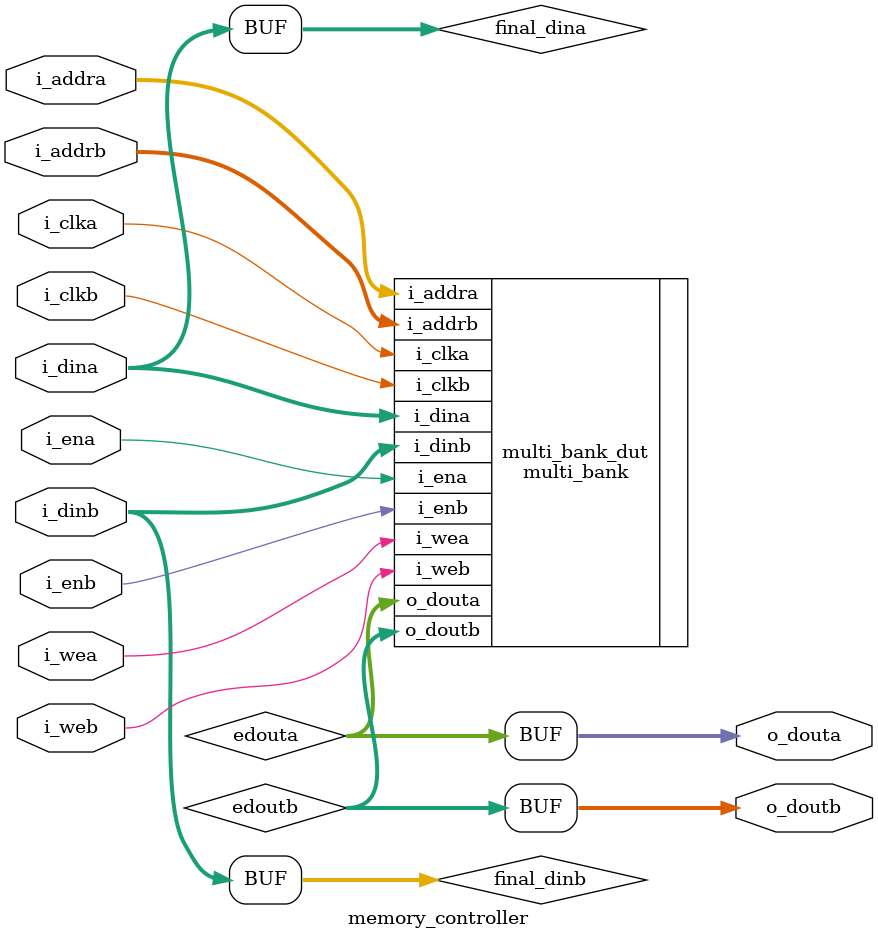
<source format=sv>
/*///////////////////////////////////////////////////////////////////////////////////////////////////////////////////////////////////////////////////////////////////////////////
//	version					:	0.1
//	file name				: memory_controller.sv
//	description			:	This module consists the functionality of memory controller, where it contains instanriation of multibank memeory. Basically it is
//										designed with an intention that constructing larger memory bank using a set of smaller memory modules. Basically this module is
//										designed to conditionally include the ECC and ERROR_INJECTION logic to the multibank design. If the ECC is defined the ecc
//										module will be included into the design and the encrypted data will be send to the multibank memory, else the original data in
//										will be passed to the multibank memory. When the ERROR_INJECT is defined Error Injection logic will be also be enabled and it
//										will inject the errors into the input data of the multibank.
//										
//	parametrs used	:	DATA_WIDTH			=	8 -> This paramter specifies the data width of each location in the latency based multi bank memory.
//										ADDR_WIDTH			=	5 -> This parameter the address width of the latency based multi bank memory.
//										WRITE_LATENCY_A	=	4 -> This parameter is used to define the write latency for the porta of latency based multi bank memory.
//										WRITE_LATENCY_B	=	3 -> This parameter is used to define the write latency for the portb of latency based multi bank memory.
//										READ_LATENCY_A	=	2 -> This parameter is used to define the read latency for the porta of latency based multi bank memory.
//										READ_LATENCY_B	=	3 -> This parameter is used to define the read latency for the portb of latency based multi bank memory.
// 
//  Input Ports   	:	i_dina,i_dinb			:	These pin used to drive the write data into the memory.
//
//                    i_addra,i_addrb		:	Depending on this values,the read or write operation is done at a specified location.
//
//  								 	i_clka,i_clkb     :	These are the clock pin for both the ports of dual port ram.
//
//  								 	i_ena,i_enb       : These are the input pin's and used to enable or disable the read and write operations.
//
//  								 	i_wea,i_web				:	These are input pin's, when they are high each performs performs the write operation and if they are
//  								 											low,devices will does read operation.
//				
//  Output Ports		:	o_douta,o_doutb 	: These are the output pin's, whenever an read operation in any of the ports the read data will be reflected
//  																			in their respective ports.
//
////////////////////////////////////////////////////////////////////////////////////////////////////////////////////////////////////////////////////////////////////////////////*/

`ifndef MEMORY_CONTROLLER_SV

module memory_controller	#(	parameter			WRITE_LATENCY_A = 4,
																						WRITE_LATENCY_B	= 3,
																						READ_LATENCY_A	=	2,
																						READ_LATENCY_B	=	3,
																						DATA_WIDTH			=	8,
																						ADDR_WIDTH			=	5)
													 (	input 				[DATA_WIDTH-1:0]	i_dina,
															input					[DATA_WIDTH-1:0]	i_dinb,
															input					[ADDR_WIDTH-1:0]	i_addra,
															input					[ADDR_WIDTH-1:0]	i_addrb,
															input														i_clka,
															input 													i_clkb,
															input 													i_ena,
															input														i_enb,
															input														i_wea,
															input														i_web,
															`ifdef ECC
															output				    							o_errora,
															output				    							o_errorb,
															`endif
															output	logic [DATA_WIDTH-1:0]	o_douta,
															output	logic [DATA_WIDTH-1:0]	o_doutb);

	//This macro will be enabled only when an encryption is required else it will be disabled and it behaves like a normal multibank memory. This entire
	//macro also even controlls the DATA WIDTH of the data_in that is propagating to the Dual port ram's.
	`ifdef ECC
	parameter RAM_DATA_WIDTH	=	DATA_WIDTH + $clog2(DATA_WIDTH)+2;
	`else
	parameter	RAM_DATA_WIDTH	=	DATA_WIDTH;
	`endif

	//Internal Variables used to store the encrypted read data while an read operation is performed.
	logic	[RAM_DATA_WIDTH-1:0] 	edouta;
	logic	[RAM_DATA_WIDTH-1:0] 	edoutb;

	//Internal Variables used to pass the data conditionally to the din ports of dual port ram.
	logic [RAM_DATA_WIDTH-1:0]	final_dina;
	logic [RAM_DATA_WIDTH-1:0]	final_dinb;

	//Internal variables used to store the dout's of each dual port ram in the design. 
	logic	[RAM_DATA_WIDTH-1:0] 	douta_out[4];
	logic	[RAM_DATA_WIDTH-1:0] 	doutb_out[4];
	
	///////////////////////////////////////////////////////////////////////////////////////////////////////////////////////////////////////////////////
	//
	// ECC Instantiation(Conditional):
	//
	// This Macro will instantiates the data encrypting designs when an ECC is defined and the input data will be passed to these designs and the final
	// encrypted data will passed to the multi_bank memory and And also It includes the Data De encrypting design when ecc is defined and the data
	// comes from the multi_bank will be passed to these modules as an input and the data will be decrypted with capable of correcting 1bit error and
	// 2bit error detection. If the ECC is not defined, the data_in ports of multi_bank memory are connected directly with data_in's, and the dout comes
	// from the ram directly connects with the output ports.
	//
	///////////////////////////////////////////////////////////////////////////////////////////////////////////////////////////////////////////////////
	`ifdef ECC
		//Internal Variables used to store the encrypted data while it is generated.
		logic [RAM_DATA_WIDTH-1:0]	e_dina,e_dinb;

		ecc #(DATA_WIDTH)	
					ecc_dut (
										.i_data_a(i_dina),
										.i_data_b(i_dinb),
										.i_enc_dina(edouta),
										.i_enc_dinb(edoutb),
										.o_enc_data_a(e_dina),
										.o_enc_data_b(e_dinb),
										.o_decr_data_a(o_douta),
										.o_decr_data_b(o_doutb),
										.o_errora(o_errora),
										.o_errorb(o_errorb)
									);
	`else
		assign final_dina		=	i_dina;
		assign final_dinb		=	i_dinb;
		assign o_douta			=	edouta;
		assign o_doutb			=	edoutb;
	`endif
	
	//This macro enables the error injection functionality only if the ECC and ERROR_INJECTION will be defined and whenever an data is being propagating
	//to the dual port automatically it will inject the zero bit,one bit and 2bit error into the data_in. If the ECC itself not defined this macro will
	//be disabled and the else it behaves like an normal multi_bank memory. And if the ECC is defined and ERROR_INJECTION is not defined then the
	//Encrypted data width and din will be given to the multi_bank.
	`ifdef ECC
		`ifdef ERROR_INJECT
			bit 												injecta;
			bit 												injectb; 
			bit		[RAM_DATA_WIDTH-1:0] 	error;
			typedef enum logic [1:0]	{ZERO,ONE,TWO}	error_type;
			typedef enum logic 				{PORTA,PORTB}		port_sel;
			
			//Error Injection Task: It is used to inject error into the write data while performing the write operation and especially while the task gets
			//called from the top.
			task automatic error_inject(input logic port,input error_type er = $urandom_range(0,2));
			begin
			  void'(std::randomize(error) with {$countones(error) == er;});
				injecta	=	1'b0;
				injectb	=	1'b0;
				if(port == PORTA) begin
					injecta	=	1'b1;
					@(posedge i_clka);
					injecta	=	1'b0;
				end
				else begin
					injectb	=	1'b1;
					@(posedge i_clkb);
					injectb	= 1'b0;
				end
				$display("at time:%0t : error = %b",$time,error);
			end
			endtask : error_inject
			assign	final_dina	=	(injecta == 1)?(e_dina ^ error):(e_dina);
			assign	final_dinb	=	(injectb == 1)?(e_dinb ^ error):(e_dinb);
		`else
			assign final_dina	=	e_dina;
			assign final_dinb	=	e_dinb;
		`endif
	`endif

	//MULTI_BANK Instantiation
	multi_bank #(	WRITE_LATENCY_A,
								WRITE_LATENCY_B,
								READ_LATENCY_A,
								READ_LATENCY_B,
								RAM_DATA_WIDTH,
								ADDR_WIDTH)
							multi_bank_dut
							(
								.i_dina(final_dina),
								.i_dinb(final_dinb),
								.i_addra(i_addra),
								.i_addrb(i_addrb),
								.i_clka(i_clka),
								.i_clkb(i_clkb),
                .i_ena(i_ena),
								.i_enb(i_enb),
                .i_wea(i_wea),
								.i_web(i_web),
                .o_douta(edouta),
								.o_doutb(edoutb)
								);

endmodule : memory_controller

`endif

</source>
